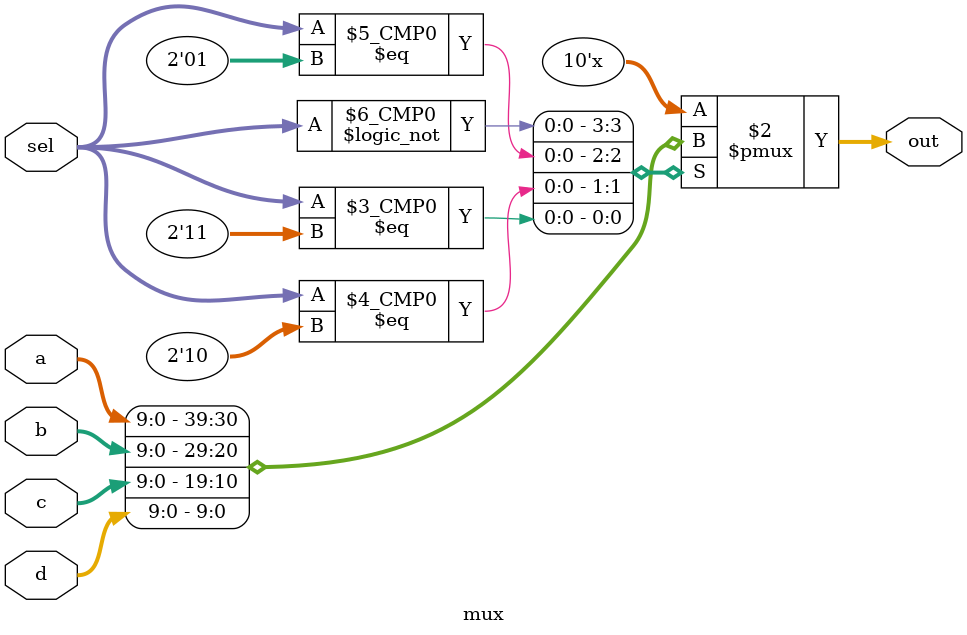
<source format=v>
module Data_path (
    input clk,
    input sclr,
    input [9:0] in_A,
    input [9:0] in_B,
    input Ld_A,
    input Ld_B,
    input Ld_Cnt,
    input Ld_Q,
    input Ld_Acc,
    input cntEn,
    input S1,
    output dvz,
    output ovf,
    output Cout,
    output [9:0] q_out);


    wire [9:0] A, B;
    wire [10:0] Acc, Acc_0, Acc_2, Acc_3, next_Acc, Acc_sub;
    wire [9:0] Q, Q_0, Q_2, Q_3, next_Q;

    wire [3:0] cnt_out;
    wire [1:0] select;
    wire S0;

    assign S0 = S1 & (Acc >= {1'b0, B});

    assign Acc_sub = Acc - {1'b0, B};

    assign {Acc_0, Q_0} = {10'b0, in_A, 1'b0};

    assign {Acc_2, Q_2} = {Acc[9:0], Q, 1'b0};

    assign {Acc_3, Q_3} = {Acc_sub[9:0], Q, 1'b1};

    assign select = {S1, S0};

    //Register
    Reg #(.bit(10)) REG_A   (clk, sclr, Ld_A, in_A, A);
    Reg #(.bit(10)) REG_B   (clk, sclr, Ld_B, in_B, B);
    Reg #(.bit(10)) REG_Q   (clk, sclr, Ld_Q, next_Q, Q);
    Reg #(.bit(11)) REG_Acc (clk, sclr, Ld_Acc, next_Acc, Acc);

    //Multiplexer
    mux #(.bit(11)) MUX_Acc (select, Acc_0, 11'b0, Acc_2, Acc_3, next_Acc);
    mux #(.bit(10)) MUX_Q   (select, Q_0, 10'b0, Q_2, Q_3, next_Q);

    //Counter
    counter CNT (clk, sclr, cntEn, Ld_Cnt, 4'b0010, Cout, cnt_out);

    assign q_out = Q;
    assign ovf = (cnt_out == 4'b1011) ? (next_Q[9:4] != 0) : 0;
    assign dvz = ~|in_B;

endmodule

module Reg #(parameter bit = 10) (
    input clk,
    input rst,
    input ld,
    input [bit - 1:0] par_in,
    output reg [bit - 1:0] par_out
);
    always @(posedge clk) begin
        if (rst == 1'b1)
            par_out <= 0;
        else if (ld == 1'b1)
            par_out <= par_in;
    end
endmodule

module counter (
    input clk,
    input rst,
    input inc,
    input ld,
    input [3:0] par_in,
    output reg cout,
    output reg [3:0] par_out);

    always @(posedge clk) 
    begin
        if (par_out == 4'b1111)
            cout <= 1;
        else 
            cout <= 0;

        if (rst == 1'b1)
            par_out <= 4'b0;
        else if (ld == 1'b1)
            par_out <= par_in;
        else if (inc == 1'b1) 
        begin
            par_out <= par_out + 1;
        end
    end
endmodule

module mux #(parameter bit = 10) (
    input [1:0] sel,
    input [bit-1:0] a,
    input [bit-1:0] b,
    input [bit-1:0] c,
    input [bit-1:0] d,
    output reg [bit-1:0] out);
    
  always @(a or b or c or d or sel) begin
    case(sel)
      2'b00: out <= a;
      2'b01: out <= b;
      2'b10: out <= c;
      2'b11: out <= d;
    endcase
  end
endmodule
</source>
